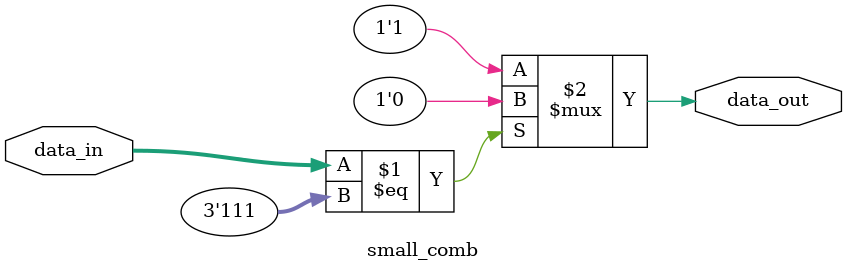
<source format=v>
`timescale 1ns / 1ps

module small_comb #(
    parameter    INPUT_WIDTH  = 3
) (

    input  [INPUT_WIDTH - 1 : 0]    data_in,
    output data_out
);

assign data_out = (data_in == 3'b111) ? 1'b0 : 1'b1;

endmodule  //small_comb
</source>
